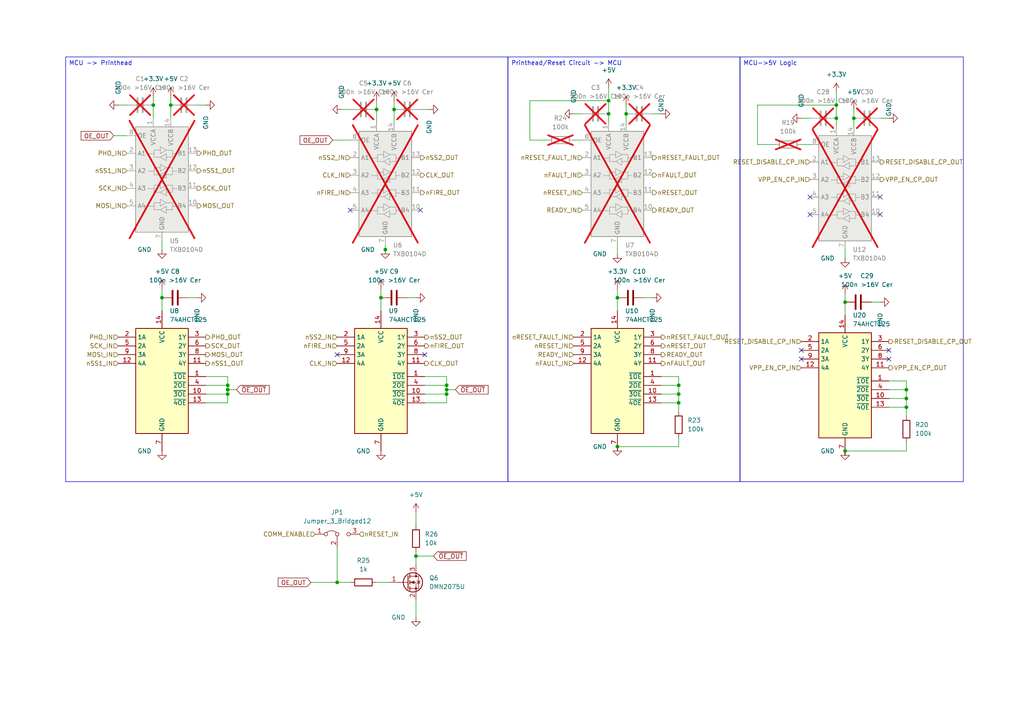
<source format=kicad_sch>
(kicad_sch (version 20231120) (generator "eeschema") (generator_version "8.0")
  (paper "A4")
  (title_block (title "Xaar 128 Driver") (date "2023-12-04") (rev "1.0.0"))
  (lib_symbols
    (symbol "Device:C" (pin_numbers hide) (pin_names (offset 0.254))
      (property "Reference" "C" (at 0.635 2.54 0))
      (property "Value" "C" (at 0.635 -2.54 0))
      (symbol "C_0_1"
        (polyline (pts (xy -2.032 -0.762) (xy 2.032 -0.762)) (stroke (width 0.508)))
        (polyline (pts (xy -2.032 0.762) (xy 2.032 0.762)) (stroke (width 0.508)))
      )
      (symbol "C_1_1"
        (pin passive line (at 0 3.81 270) (length 2.794) (name "~") (number "1"))
        (pin passive line (at 0 -3.81 90) (length 2.794) (name "~") (number "2"))
      )
    )
    (symbol "Device:R" (pin_numbers hide) (pin_names (offset 0))
      (property "Reference" "R" (at 2.032 0 90))
      (property "Value" "R" (at 0 0 90))
      (symbol "R_0_1"
        (rectangle (start -1.016 -2.54) (end 1.016 2.54) (stroke (width 0.254)))
      )
      (symbol "R_1_1"
        (pin passive line (at 0 3.81 270) (length 1.27) (name "~") (number "1"))
        (pin passive line (at 0 -3.81 90) (length 1.27) (name "~") (number "2"))
      )
    )
    (symbol "Jumper:Jumper_3_Bridged12" (pin_names (offset 0) hide)
      (property "Reference" "JP" (at -2.54 -2.54 0))
      (property "Value" "Jumper_3_Bridged12" (at 0 2.794 0))
      (symbol "Jumper_3_Bridged12_0_0"
        (circle (center -3.302 0) (radius 0.508))
        (circle (center 0 0) (radius 0.508))
        (circle (center 3.302 0) (radius 0.508))
      )
      (symbol "Jumper_3_Bridged12_0_1"
        (arc (start -0.254 0.508) (mid -1.651 0.9912) (end -3.048 0.508))
        (polyline (pts (xy 0 -1.27) (xy 0 -0.508)))
      )
      (symbol "Jumper_3_Bridged12_1_1"
        (pin passive line (at -6.35 0 0) (length 2.54) (name "A") (number "1"))
        (pin passive line (at 0 -3.81 90) (length 2.54) (name "C") (number "2"))
        (pin passive line (at 6.35 0 180) (length 2.54) (name "B") (number "3"))
      )
    )
    (symbol "Logic_LevelTranslator:TXB0104D"
      (property "Reference" "U" (at -6.35 16.51 0))
      (property "Value" "TXB0104D" (at 3.81 16.51 0))
      (symbol "TXB0104D_0_1"
        (rectangle (start -7.62 -15.24) (end -7.62 -12.7) (stroke (width 0.254)))
        (rectangle (start -7.62 15.24) (end 7.62 -15.24) (stroke (width 0.254)) (fill (type background)))
        (polyline (pts (xy -2.286 -7.747) (xy -2.286 -6.731) (xy -0.508 -6.731)))
        (polyline (pts (xy -2.286 -2.667) (xy -2.286 -1.651) (xy -0.508 -1.651)))
        (polyline (pts (xy -2.286 2.413) (xy -2.286 3.429) (xy -0.508 3.429)))
        (polyline (pts (xy -2.286 7.493) (xy -2.286 8.509) (xy -0.508 8.509)))
        (polyline (pts (xy 3.048 -7.747) (xy 3.048 -8.763) (xy 1.27 -8.763)))
        (polyline (pts (xy 3.048 -2.667) (xy 3.048 -3.683) (xy 1.27 -3.683)))
        (polyline (pts (xy 3.048 2.413) (xy 3.048 1.397) (xy 1.27 1.397)))
        (polyline (pts (xy 3.048 7.493) (xy 3.048 6.477) (xy 1.27 6.477)))
        (polyline (pts (xy -0.508 -8.763) (xy -2.286 -8.763) (xy -2.286 -7.747) (xy -4.064 -7.747)))
        (polyline (pts (xy -0.508 -8.763) (xy 1.27 -7.747) (xy 1.27 -9.779) (xy -0.508 -8.763)))
        (polyline (pts (xy -0.508 -3.683) (xy -2.286 -3.683) (xy -2.286 -2.667) (xy -4.064 -2.667)))
        (polyline (pts (xy -0.508 -3.683) (xy 1.27 -2.667) (xy 1.27 -4.699) (xy -0.508 -3.683)))
        (polyline (pts (xy -0.508 1.397) (xy -2.286 1.397) (xy -2.286 2.413) (xy -4.064 2.413)))
        (polyline (pts (xy -0.508 1.397) (xy 1.27 2.413) (xy 1.27 0.381) (xy -0.508 1.397)))
        (polyline (pts (xy -0.508 6.477) (xy -2.286 6.477) (xy -2.286 7.493) (xy -4.318 7.493)))
        (polyline (pts (xy -0.508 6.477) (xy 1.27 7.493) (xy 1.27 5.461) (xy -0.508 6.477)))
        (polyline (pts (xy 1.27 -6.731) (xy -0.508 -7.747) (xy -0.508 -5.715) (xy 1.27 -6.731)))
        (polyline (pts (xy 1.27 -6.731) (xy 3.048 -6.731) (xy 3.048 -7.747) (xy 4.318 -7.747)))
        (polyline (pts (xy 1.27 -1.651) (xy -0.508 -2.667) (xy -0.508 -0.635) (xy 1.27 -1.651)))
        (polyline (pts (xy 1.27 -1.651) (xy 3.048 -1.651) (xy 3.048 -2.667) (xy 4.318 -2.667)))
        (polyline (pts (xy 1.27 3.429) (xy -0.508 2.413) (xy -0.508 4.445) (xy 1.27 3.429)))
        (polyline (pts (xy 1.27 3.429) (xy 3.048 3.429) (xy 3.048 2.413) (xy 4.318 2.413)))
        (polyline (pts (xy 1.27 8.509) (xy -0.508 7.493) (xy -0.508 9.525) (xy 1.27 8.509)))
        (polyline (pts (xy 1.27 8.509) (xy 3.048 8.509) (xy 3.048 7.493) (xy 4.318 7.493)))
      )
      (symbol "TXB0104D_1_1"
        (pin power_in line (at -2.54 17.78 270) (length 2.54) (name "VCCA") (number "1"))
        (pin bidirectional line (at 10.16 -7.62 180) (length 2.54) (name "B4") (number "10"))
        (pin bidirectional line (at 10.16 -2.54 180) (length 2.54) (name "B3") (number "11"))
        (pin bidirectional line (at 10.16 2.54 180) (length 2.54) (name "B2") (number "12"))
        (pin bidirectional line (at 10.16 7.62 180) (length 2.54) (name "B1") (number "13"))
        (pin power_in line (at 2.54 17.78 270) (length 2.54) (name "VCCB") (number "14"))
        (pin bidirectional line (at -10.16 7.62 0) (length 2.54) (name "A1") (number "2"))
        (pin bidirectional line (at -10.16 2.54 0) (length 2.54) (name "A2") (number "3"))
        (pin bidirectional line (at -10.16 -2.54 0) (length 2.54) (name "A3") (number "4"))
        (pin bidirectional line (at -10.16 -7.62 0) (length 2.54) (name "A4") (number "5"))
        (pin no_connect line (at -7.62 -12.7 0) (length 2.54) hide (name "NC") (number "6"))
        (pin power_in line (at 0 -17.78 90) (length 2.54) (name "GND") (number "7"))
        (pin input line (at -10.16 12.7 0) (length 2.54) (name "OE") (number "8"))
        (pin no_connect line (at 7.62 -12.7 180) (length 2.54) hide (name "NC") (number "9"))
      )
    )
    (symbol "Transistor_FET:DMN2075U" (pin_names hide)
      (property "Reference" "Q" (at 5.08 1.905 0))
      (property "Value" "DMN2075U" (at 5.08 0 0))
      (symbol "DMN2075U_0_1"
        (polyline (pts (xy 0.254 0) (xy -2.54 0)))
        (polyline (pts (xy 0.254 1.905) (xy 0.254 -1.905)) (stroke (width 0.254)))
        (polyline (pts (xy 0.762 -1.27) (xy 0.762 -2.286)) (stroke (width 0.254)))
        (polyline (pts (xy 0.762 0.508) (xy 0.762 -0.508)) (stroke (width 0.254)))
        (polyline (pts (xy 0.762 2.286) (xy 0.762 1.27)) (stroke (width 0.254)))
        (polyline (pts (xy 2.54 2.54) (xy 2.54 1.778)))
        (polyline (pts (xy 2.54 -2.54) (xy 2.54 0) (xy 0.762 0)))
        (polyline (pts (xy 0.762 -1.778) (xy 3.302 -1.778) (xy 3.302 1.778) (xy 0.762 1.778)))
        (polyline (pts (xy 1.016 0) (xy 2.032 0.381) (xy 2.032 -0.381) (xy 1.016 0)) (fill (type outline)))
        (polyline (pts (xy 2.794 0.508) (xy 2.921 0.381) (xy 3.683 0.381) (xy 3.81 0.254)))
        (polyline (pts (xy 3.302 0.381) (xy 2.921 -0.254) (xy 3.683 -0.254) (xy 3.302 0.381)))
        (circle (center 1.651 0) (radius 2.794) (stroke (width 0.254)))
        (circle (center 2.54 -1.778) (radius 0.254) (fill (type outline)))
        (circle (center 2.54 1.778) (radius 0.254) (fill (type outline)))
      )
      (symbol "DMN2075U_1_1"
        (pin input line (at -5.08 0 0) (length 2.54) (name "G") (number "1"))
        (pin passive line (at 2.54 -5.08 90) (length 2.54) (name "S") (number "2"))
        (pin passive line (at 2.54 5.08 270) (length 2.54) (name "D") (number "3"))
      )
    )
    (symbol "Xaar_Driver:74AHCT125"
      (property "Reference" "U" (at -7.62 16.51 0))
      (property "Value" "74AHCT125" (at -7.62 -16.51 0))
      (symbol "74AHCT125_1_0"
        (pin input line (at 12.7 1.27 180) (length 5.08) (name "~{1OE}") (number "1"))
        (pin input line (at 12.7 -3.81 180) (length 5.08) (name "~{3OE}") (number "10"))
        (pin output line (at 12.7 5.08 180) (length 5.08) (name "4Y") (number "11"))
        (pin input line (at -12.7 5.08 0) (length 5.08) (name "4A") (number "12"))
        (pin input line (at 12.7 -6.35 180) (length 5.08) (name "~{4OE}") (number "13"))
        (pin power_in line (at 0 20.32 270) (length 5.08) (name "VCC") (number "14"))
        (pin input line (at -12.7 12.7 0) (length 5.08) (name "1A") (number "2"))
        (pin output line (at 12.7 12.7 180) (length 5.08) (name "1Y") (number "3"))
        (pin input line (at 12.7 -1.27 180) (length 5.08) (name "~{2OE}") (number "4"))
        (pin input line (at -12.7 10.16 0) (length 5.08) (name "2A") (number "5"))
        (pin output line (at 12.7 10.16 180) (length 5.08) (name "2Y") (number "6"))
        (pin power_in line (at 0 -20.32 90) (length 5.08) (name "GND") (number "7"))
        (pin output line (at 12.7 7.62 180) (length 5.08) (name "3Y") (number "8"))
        (pin input line (at -12.7 7.62 0) (length 5.08) (name "3A") (number "9"))
      )
      (symbol "74AHCT125_1_1"
        (rectangle (start -7.62 15.24) (end 7.62 -15.24) (stroke (width 0.254)) (fill (type background)))
      )
    )
    (symbol "power:+3.3V" (power) (pin_names (offset 0))
      (property "Value" "+3.3V" (at 0 3.556 0))
      (symbol "+3.3V_0_1"
        (polyline (pts (xy -0.762 1.27) (xy 0 2.54)))
        (polyline (pts (xy 0 0) (xy 0 2.54)))
        (polyline (pts (xy 0 2.54) (xy 0.762 1.27)))
      )
      (symbol "+3.3V_1_1"
        (pin power_in line (at 0 0 90) (length 0) hide (name "+3.3V") (number "1"))
      )
    )
    (symbol "power:+5V" (power) (pin_names (offset 0))
      (property "Value" "+5V" (at 0 3.556 0))
      (symbol "+5V_0_1"
        (polyline (pts (xy -0.762 1.27) (xy 0 2.54)))
        (polyline (pts (xy 0 0) (xy 0 2.54)))
        (polyline (pts (xy 0 2.54) (xy 0.762 1.27)))
      )
      (symbol "+5V_1_1"
        (pin power_in line (at 0 0 90) (length 0) hide (name "+5V") (number "1"))
      )
    )
    (symbol "power:GND" (power) (pin_names (offset 0))
      (property "Value" "GND" (at 0 -3.81 0))
      (symbol "GND_0_1"
        (polyline (pts (xy 0 0) (xy 0 -1.27) (xy 1.27 -1.27) (xy 0 -2.54) (xy -1.27 -1.27) (xy 0 -1.27)))
      )
      (symbol "GND_1_1"
        (pin power_in line (at 0 0 270) (length 0) hide (name "GND") (number "1"))
      )
    )
  )
  (junction (at 66.04 113.03))
  (junction (at 66.04 114.3))
  (junction (at 49.53 30.48))
  (junction (at 262.89 118.11))
  (junction (at 44.45 30.48))
  (junction (at 247.65 34.29))
  (junction (at 179.07 86.36))
  (junction (at 262.89 115.57))
  (junction (at 245.11 130.81))
  (junction (at 196.85 114.3))
  (junction (at 114.3 31.75))
  (junction (at 46.99 86.36))
  (junction (at 245.11 87.63))
  (junction (at 176.53 33.02))
  (junction (at 242.57 34.29))
  (junction (at 111.76 72.39))
  (junction (at 196.85 111.76))
  (junction (at 176.53 29.21))
  (junction (at 242.57 30.48))
  (junction (at 179.07 129.54))
  (junction (at 97.79 168.91))
  (junction (at 120.65 161.29))
  (junction (at 129.54 111.76))
  (junction (at 129.54 114.3))
  (junction (at 129.54 113.03))
  (junction (at 66.04 111.76))
  (junction (at 110.49 86.36))
  (junction (at 262.89 113.03))
  (junction (at 181.61 33.02))
  (junction (at 196.85 116.84))
  (junction (at 109.22 31.75))
  (no_connect (at 257.81 104.14))
  (no_connect (at 234.95 57.15))
  (no_connect (at 97.79 102.87))
  (no_connect (at 234.95 62.23))
  (no_connect (at 101.6 60.96))
  (no_connect (at 232.41 101.6))
  (no_connect (at 232.41 104.14))
  (no_connect (at 255.27 57.15))
  (no_connect (at 257.81 101.6))
  (no_connect (at 255.27 62.23))
  (no_connect (at 123.19 102.87))
  (no_connect (at 121.92 60.96))
  (wire (pts (xy 44.45 27.94) (xy 44.45 30.48)))
  (wire (pts (xy 196.85 109.22) (xy 196.85 111.76)))
  (wire (pts (xy 245.11 72.39) (xy 245.11 74.93)))
  (wire (pts (xy 189.23 86.36) (xy 186.69 86.36)))
  (wire (pts (xy 179.07 83.82) (xy 179.07 86.36)))
  (wire (pts (xy 129.54 111.76) (xy 129.54 113.03)))
  (wire (pts (xy 97.79 168.91) (xy 101.6 168.91)))
  (wire (pts (xy 66.04 111.76) (xy 66.04 113.03)))
  (wire (pts (xy 33.02 39.37) (xy 36.83 39.37)))
  (wire (pts (xy 34.29 30.48) (xy 36.83 30.48)))
  (wire (pts (xy 158.75 40.64) (xy 153.67 40.64)))
  (wire (pts (xy 120.65 161.29) (xy 120.65 163.83)))
  (wire (pts (xy 120.65 86.36) (xy 118.11 86.36)))
  (wire (pts (xy 132.08 113.03) (xy 129.54 113.03)))
  (wire (pts (xy 109.22 29.21) (xy 109.22 31.75)))
  (wire (pts (xy 191.77 109.22) (xy 196.85 109.22)))
  (wire (pts (xy 245.11 132.08) (xy 245.11 130.81)))
  (wire (pts (xy 242.57 34.29) (xy 242.57 36.83)))
  (wire (pts (xy 262.89 110.49) (xy 262.89 113.03)))
  (wire (pts (xy 196.85 114.3) (xy 196.85 116.84)))
  (wire (pts (xy 242.57 30.48) (xy 242.57 34.29)))
  (wire (pts (xy 232.41 41.91) (xy 234.95 41.91)))
  (wire (pts (xy 196.85 129.54) (xy 179.07 129.54)))
  (wire (pts (xy 179.07 130.81) (xy 179.07 129.54)))
  (wire (pts (xy 120.65 173.99) (xy 120.65 179.07)))
  (wire (pts (xy 176.53 29.21) (xy 176.53 33.02)))
  (wire (pts (xy 232.41 34.29) (xy 234.95 34.29)))
  (wire (pts (xy 120.65 148.59) (xy 120.65 152.4)))
  (wire (pts (xy 129.54 114.3) (xy 129.54 116.84)))
  (wire (pts (xy 46.99 69.85) (xy 46.99 72.39)))
  (wire (pts (xy 44.45 30.48) (xy 44.45 34.29)))
  (wire (pts (xy 129.54 109.22) (xy 129.54 111.76)))
  (wire (pts (xy 219.71 30.48) (xy 242.57 30.48)))
  (wire (pts (xy 191.77 33.02) (xy 189.23 33.02)))
  (wire (pts (xy 196.85 116.84) (xy 191.77 116.84)))
  (wire (pts (xy 129.54 113.03) (xy 129.54 114.3)))
  (wire (pts (xy 262.89 113.03) (xy 262.89 115.57)))
  (wire (pts (xy 99.06 31.75) (xy 101.6 31.75)))
  (wire (pts (xy 46.99 86.36) (xy 46.99 90.17)))
  (wire (pts (xy 255.27 87.63) (xy 252.73 87.63)))
  (wire (pts (xy 114.3 29.21) (xy 114.3 31.75)))
  (wire (pts (xy 262.89 130.81) (xy 245.11 130.81)))
  (wire (pts (xy 245.11 87.63) (xy 245.11 91.44)))
  (wire (pts (xy 257.81 113.03) (xy 262.89 113.03)))
  (wire (pts (xy 247.65 31.75) (xy 247.65 34.29)))
  (wire (pts (xy 262.89 128.27) (xy 262.89 130.81)))
  (wire (pts (xy 123.19 116.84) (xy 129.54 116.84)))
  (wire (pts (xy 262.89 118.11) (xy 257.81 118.11)))
  (wire (pts (xy 191.77 111.76) (xy 196.85 111.76)))
  (wire (pts (xy 257.81 115.57) (xy 262.89 115.57)))
  (wire (pts (xy 66.04 109.22) (xy 66.04 111.76)))
  (wire (pts (xy 153.67 40.64) (xy 153.67 29.21)))
  (wire (pts (xy 196.85 116.84) (xy 196.85 119.38)))
  (wire (pts (xy 166.37 40.64) (xy 168.91 40.64)))
  (wire (pts (xy 219.71 41.91) (xy 219.71 30.48)))
  (wire (pts (xy 176.53 25.4) (xy 176.53 29.21)))
  (wire (pts (xy 123.19 109.22) (xy 129.54 109.22)))
  (wire (pts (xy 59.69 109.22) (xy 66.04 109.22)))
  (wire (pts (xy 153.67 29.21) (xy 176.53 29.21)))
  (wire (pts (xy 166.37 33.02) (xy 168.91 33.02)))
  (wire (pts (xy 262.89 118.11) (xy 262.89 120.65)))
  (wire (pts (xy 114.3 31.75) (xy 114.3 35.56)))
  (wire (pts (xy 111.76 71.12) (xy 111.76 72.39)))
  (wire (pts (xy 96.52 40.64) (xy 101.6 40.64)))
  (wire (pts (xy 109.22 168.91) (xy 113.03 168.91)))
  (wire (pts (xy 111.76 73.66) (xy 111.76 72.39)))
  (wire (pts (xy 257.81 34.29) (xy 255.27 34.29)))
  (wire (pts (xy 110.49 86.36) (xy 110.49 90.17)))
  (wire (pts (xy 97.79 158.75) (xy 97.79 168.91)))
  (wire (pts (xy 179.07 86.36) (xy 179.07 90.17)))
  (wire (pts (xy 120.65 161.29) (xy 125.73 161.29)))
  (wire (pts (xy 49.53 30.48) (xy 49.53 34.29)))
  (wire (pts (xy 123.19 114.3) (xy 129.54 114.3)))
  (wire (pts (xy 176.53 33.02) (xy 176.53 35.56)))
  (wire (pts (xy 120.65 160.02) (xy 120.65 161.29)))
  (wire (pts (xy 196.85 111.76) (xy 196.85 114.3)))
  (wire (pts (xy 57.15 86.36) (xy 54.61 86.36)))
  (wire (pts (xy 109.22 31.75) (xy 109.22 35.56)))
  (wire (pts (xy 59.69 111.76) (xy 66.04 111.76)))
  (wire (pts (xy 124.46 31.75) (xy 121.92 31.75)))
  (wire (pts (xy 123.19 111.76) (xy 129.54 111.76)))
  (wire (pts (xy 49.53 27.94) (xy 49.53 30.48)))
  (wire (pts (xy 191.77 114.3) (xy 196.85 114.3)))
  (wire (pts (xy 242.57 26.67) (xy 242.57 30.48)))
  (wire (pts (xy 196.85 127) (xy 196.85 129.54)))
  (wire (pts (xy 181.61 30.48) (xy 181.61 33.02)))
  (wire (pts (xy 59.69 116.84) (xy 66.04 116.84)))
  (wire (pts (xy 59.69 30.48) (xy 57.15 30.48)))
  (wire (pts (xy 59.69 114.3) (xy 66.04 114.3)))
  (wire (pts (xy 179.07 71.12) (xy 179.07 73.66)))
  (wire (pts (xy 66.04 113.03) (xy 66.04 114.3)))
  (wire (pts (xy 262.89 115.57) (xy 262.89 118.11)))
  (wire (pts (xy 247.65 34.29) (xy 247.65 36.83)))
  (wire (pts (xy 181.61 33.02) (xy 181.61 35.56)))
  (wire (pts (xy 68.58 113.03) (xy 66.04 113.03)))
  (wire (pts (xy 46.99 83.82) (xy 46.99 86.36)))
  (wire (pts (xy 97.79 168.91) (xy 90.17 168.91)))
  (wire (pts (xy 245.11 85.09) (xy 245.11 87.63)))
  (wire (pts (xy 66.04 114.3) (xy 66.04 116.84)))
  (wire (pts (xy 257.81 110.49) (xy 262.89 110.49)))
  (wire (pts (xy 224.79 41.91) (xy 219.71 41.91)))
  (wire (pts (xy 110.49 83.82) (xy 110.49 86.36)))
  (text_box "MCU->5V Logic" (at 214.63 16.51 0) (size 64.77 123.19) (effects (font (size 1.27 1.27)) (justify left top)))
  (text_box "MCU -> Printhead" (at 19.05 16.51 0) (size 128.27 123.19) (effects (font (size 1.27 1.27)) (justify left top)))
  (text_box "Printhead/Reset Circuit -> MCU" (at 147.32 16.51 0) (size 67.31 123.19) (effects (font (size 1.27 1.27)) (justify left top)))
  (global_label "~{OE_OUT}" (shape input) (at 68.58 113.03 0) (property "Intersheetrefs" "${INTERSHEET_REFS}" (effects (hide yes))))
  (global_label "~{OE_OUT}" (shape input) (at 125.73 161.29 0) (property "Intersheetrefs" "${INTERSHEET_REFS}" (effects (hide yes))))
  (global_label "OE_OUT" (shape input) (at 90.17 168.91 180) (property "Intersheetrefs" "${INTERSHEET_REFS}" (effects (hide yes))))
  (global_label "~{OE_OUT}" (shape input) (at 132.08 113.03 0) (property "Intersheetrefs" "${INTERSHEET_REFS}" (effects (hide yes))))
  (global_label "OE_OUT" (shape input) (at 33.02 39.37 180) (property "Intersheetrefs" "${INTERSHEET_REFS}" (effects (hide yes))))
  (global_label "OE_OUT" (shape input) (at 96.52 40.64 180) (property "Intersheetrefs" "${INTERSHEET_REFS}" (effects (hide yes))))
  (hierarchical_label "SCK_IN" (shape input) (at 34.29 100.33 180))
  (hierarchical_label "CLK_IN" (shape input) (at 101.6 50.8 180))
  (hierarchical_label "RESET_DISABLE_CP_IN" (shape input) (at 232.41 99.06 180))
  (hierarchical_label "READY_OUT" (shape output) (at 191.77 102.87 0))
  (hierarchical_label "CLK_IN" (shape input) (at 97.79 105.41 180))
  (hierarchical_label "nFAULT_OUT" (shape output) (at 191.77 105.41 0))
  (hierarchical_label "nRESET_IN" (shape input) (at 104.14 154.94 0))
  (hierarchical_label "VPP_EN_CP_OUT" (shape output) (at 257.81 106.68 0))
  (hierarchical_label "PHO_OUT" (shape output) (at 57.15 44.45 0))
  (hierarchical_label "READY_OUT" (shape output) (at 189.23 60.96 0))
  (hierarchical_label "nFAULT_OUT" (shape output) (at 189.23 50.8 0))
  (hierarchical_label "nFIRE_IN" (shape input) (at 101.6 55.88 180))
  (hierarchical_label "MOSI_OUT" (shape output) (at 59.69 102.87 0))
  (hierarchical_label "nSS1_OUT" (shape output) (at 57.15 49.53 0))
  (hierarchical_label "READY_IN" (shape input) (at 168.91 60.96 180))
  (hierarchical_label "COMM_ENABLE" (shape input) (at 91.44 154.94 180))
  (hierarchical_label "SCK_OUT" (shape output) (at 59.69 100.33 0))
  (hierarchical_label "nRESET_FAULT_OUT" (shape output) (at 189.23 45.72 0))
  (hierarchical_label "MOSI_IN" (shape input) (at 36.83 59.69 180))
  (hierarchical_label "PHO_IN" (shape input) (at 36.83 44.45 180))
  (hierarchical_label "nRESET_IN" (shape input) (at 168.91 55.88 180))
  (hierarchical_label "PHO_OUT" (shape output) (at 59.69 97.79 0))
  (hierarchical_label "nFIRE_OUT" (shape output) (at 123.19 100.33 0))
  (hierarchical_label "READY_IN" (shape input) (at 166.37 102.87 180))
  (hierarchical_label "nSS2_IN" (shape input) (at 97.79 97.79 180))
  (hierarchical_label "RESET_DISABLE_CP_OUT" (shape output) (at 255.27 46.99 0))
  (hierarchical_label "PHO_IN" (shape input) (at 34.29 97.79 180))
  (hierarchical_label "nRESET_FAULT_IN" (shape input) (at 168.91 45.72 180))
  (hierarchical_label "RESET_DISABLE_CP_IN" (shape input) (at 234.95 46.99 180))
  (hierarchical_label "nFIRE_OUT" (shape output) (at 121.92 55.88 0))
  (hierarchical_label "CLK_OUT" (shape output) (at 121.92 50.8 0))
  (hierarchical_label "SCK_OUT" (shape output) (at 57.15 54.61 0))
  (hierarchical_label "nRESET_IN" (shape input) (at 166.37 100.33 180))
  (hierarchical_label "nRESET_OUT" (shape output) (at 191.77 100.33 0))
  (hierarchical_label "SCK_IN" (shape input) (at 36.83 54.61 180))
  (hierarchical_label "nRESET_OUT" (shape output) (at 189.23 55.88 0))
  (hierarchical_label "CLK_OUT" (shape output) (at 123.19 105.41 0))
  (hierarchical_label "RESET_DISABLE_CP_OUT" (shape output) (at 257.81 99.06 0))
  (hierarchical_label "nSS1_OUT" (shape output) (at 59.69 105.41 0))
  (hierarchical_label "MOSI_OUT" (shape output) (at 57.15 59.69 0))
  (hierarchical_label "MOSI_IN" (shape input) (at 34.29 102.87 180))
  (hierarchical_label "nSS2_OUT" (shape output) (at 123.19 97.79 0))
  (hierarchical_label "nSS2_IN" (shape input) (at 101.6 45.72 180))
  (hierarchical_label "VPP_EN_CP_OUT" (shape output) (at 255.27 52.07 0))
  (hierarchical_label "nSS2_OUT" (shape output) (at 121.92 45.72 0))
  (hierarchical_label "nRESET_FAULT_IN" (shape input) (at 166.37 97.79 180))
  (hierarchical_label "VPP_EN_CP_IN" (shape input) (at 232.41 106.68 180))
  (hierarchical_label "nRESET_FAULT_OUT" (shape output) (at 191.77 97.79 0))
  (hierarchical_label "nFAULT_IN" (shape input) (at 166.37 105.41 180))
  (hierarchical_label "nSS1_IN" (shape input) (at 34.29 105.41 180))
  (hierarchical_label "VPP_EN_CP_IN" (shape input) (at 234.95 52.07 180))
  (hierarchical_label "nFAULT_IN" (shape input) (at 168.91 50.8 180))
  (hierarchical_label "nSS1_IN" (shape input) (at 36.83 49.53 180))
  (hierarchical_label "nFIRE_IN" (shape input) (at 97.79 100.33 180))
  (symbol (lib_id "power:+3.3V") (at 179.07 83.82 0) (unit 1)
    (property "Reference" "#PWR036" (effects (hide yes)))
    (property "Value" "+3.3V" (at 179.07 78.74 0))
  )
  (symbol (lib_id "Device:R") (at 262.89 124.46 0) (unit 1)
    (property "Reference" "R20" (at 265.43 123.19 0) (effects (justify left)))
    (property "Value" "100k" (at 265.43 125.73 0) (effects (justify left)))
    (property "Footprint" "Resistor_SMD:R_0603_1608Metric_Pad0.98x0.95mm_HandSolder" (effects (hide yes)))
    (property "RSBestNr" "678-9673" (effects (hide yes)))
    (property "Supplier" "RS" (effects (hide yes)))
  )
  (symbol (lib_id "Xaar_Driver:74AHCT125") (at 245.11 111.76 0) (unit 1)
    (property "Reference" "U20" (at 247.3041 91.44 0) (effects (justify left)))
    (property "Value" "74AHCT125" (at 247.3041 93.98 0) (effects (justify left)))
    (property "Footprint" "Package_SO:SOIC-14_3.9x8.7mm_P1.27mm" (effects (hide yes)))
    (property "Datasheet" "https://www.diodes.com/assets/Datasheets/74AHCT125.pdf" (effects (hide yes)))
    (property "RSBestNr" "798-8941" (effects (hide yes)))
    (property "Supplier" "RS" (effects (hide yes)))
  )
  (symbol (lib_id "Device:R") (at 228.6 41.91 90) (unit 1) (dnp yes)
    (property "Reference" "R19" (at 228.6 35.56 90))
    (property "Value" "100k" (at 228.6 38.1 90))
    (property "Footprint" "Resistor_SMD:R_0603_1608Metric_Pad0.98x0.95mm_HandSolder" (effects (hide yes)))
    (property "RSBestNr" "678-9673" (effects (hide yes)))
    (property "Supplier" "RS" (effects (hide yes)))
  )
  (symbol (lib_id "Device:C") (at 248.92 87.63 270) (unit 1)
    (property "Reference" "C29" (at 251.46 80.01 90))
    (property "Value" "100n >16V Cer" (at 251.46 82.55 90))
    (property "Footprint" "Capacitor_SMD:C_0603_1608Metric_Pad1.08x0.95mm_HandSolder" (effects (hide yes)))
    (property "Supplier" "Elektroplatz" (effects (hide yes)))
  )
  (symbol (lib_id "Device:C") (at 53.34 30.48 270) (unit 1) (dnp yes)
    (property "Reference" "C2" (at 53.34 22.86 90))
    (property "Value" "100n >16V Cer" (at 53.34 25.4 90))
    (property "Footprint" "Capacitor_SMD:C_0603_1608Metric_Pad1.08x0.95mm_HandSolder" (effects (hide yes)))
    (property "Supplier" "Elektroplatz" (effects (hide yes)))
  )
  (symbol (lib_id "power:GND") (at 59.69 30.48 90) (unit 1)
    (property "Reference" "#PWR024" (effects (hide yes)))
    (property "Value" "GND" (at 59.69 35.56 0))
  )
  (symbol (lib_id "power:+5V") (at 120.65 148.59 0) (unit 1)
    (property "Reference" "#PWR039" (effects (hide yes)))
    (property "Value" "+5V" (at 120.65 143.51 0))
  )
  (symbol (lib_id "Device:C") (at 251.46 34.29 270) (unit 1) (dnp yes)
    (property "Reference" "C30" (at 251.46 26.67 90))
    (property "Value" "100n >16V Cer" (at 251.46 29.21 90))
    (property "Footprint" "Capacitor_SMD:C_0603_1608Metric_Pad1.08x0.95mm_HandSolder" (effects (hide yes)))
    (property "Supplier" "Elektroplatz" (effects (hide yes)))
  )
  (symbol (lib_id "power:+3.3V") (at 242.57 26.67 0) (unit 1)
    (property "Reference" "#PWR012" (effects (hide yes)))
    (property "Value" "+3.3V" (at 242.57 21.59 0))
  )
  (symbol (lib_id "Device:C") (at 114.3 86.36 270) (unit 1)
    (property "Reference" "C9" (at 114.3 78.74 90))
    (property "Value" "100n >16V Cer" (at 114.3 81.28 90))
    (property "Footprint" "Capacitor_SMD:C_0603_1608Metric_Pad1.08x0.95mm_HandSolder" (effects (hide yes)))
    (property "Supplier" "Elektroplatz" (effects (hide yes)))
  )
  (symbol (lib_id "power:GND") (at 120.65 86.36 90) (unit 1)
    (property "Reference" "#PWR035" (effects (hide yes)))
    (property "Value" "GND" (at 120.65 91.44 0))
  )
  (symbol (lib_id "power:+3.3V") (at 44.45 27.94 0) (unit 1)
    (property "Reference" "#PWR014" (effects (hide yes)))
    (property "Value" "+3.3V" (at 44.45 22.86 0))
  )
  (symbol (lib_id "power:GND") (at 46.99 130.81 0) (unit 1)
    (property "Reference" "#PWR032" (effects (hide yes)))
    (property "Value" "GND" (at 41.91 130.81 0))
  )
  (symbol (lib_id "Device:C") (at 172.72 33.02 90) (unit 1) (dnp yes)
    (property "Reference" "C3" (at 172.72 25.4 90))
    (property "Value" "100n >16V Cer" (at 172.72 27.94 90))
    (property "Footprint" "Capacitor_SMD:C_0603_1608Metric_Pad1.08x0.95mm_HandSolder" (effects (hide yes)))
    (property "Supplier" "Elektroplatz" (effects (hide yes)))
  )
  (symbol (lib_id "Xaar_Driver:74AHCT125") (at 179.07 110.49 0) (unit 1)
    (property "Reference" "U10" (at 181.2641 90.17 0) (effects (justify left)))
    (property "Value" "74AHCT125" (at 181.2641 92.71 0) (effects (justify left)))
    (property "Footprint" "Package_SO:SOIC-14_3.9x8.7mm_P1.27mm" (effects (hide yes)))
    (property "Datasheet" "https://www.diodes.com/assets/Datasheets/74AHCT125.pdf" (effects (hide yes)))
    (property "RSBestNr" "798-8941" (effects (hide yes)))
    (property "Supplier" "RS" (effects (hide yes)))
  )
  (symbol (lib_id "power:+3.3V") (at 181.61 30.48 0) (unit 1)
    (property "Reference" "#PWR020" (effects (hide yes)))
    (property "Value" "+3.3V" (at 181.61 25.4 0))
  )
  (symbol (lib_id "Logic_LevelTranslator:TXB0104D") (at 245.11 54.61 0) (unit 1) (dnp yes)
    (property "Reference" "U12" (at 247.3041 72.39 0) (effects (justify left)))
    (property "Value" "TXB0104D" (at 247.3041 74.93 0) (effects (justify left)))
    (property "Footprint" "Package_SO:SOIC-14_3.9x8.7mm_P1.27mm" (effects (hide yes)))
    (property "Datasheet" "http://www.ti.com/lit/ds/symlink/txb0104.pdf" (effects (hide yes)))
    (property "RSBestNr" "709-2778" (effects (hide yes)))
    (property "Supplier" "RS" (effects (hide yes)))
  )
  (symbol (lib_id "power:GND") (at 245.11 74.93 0) (unit 1)
    (property "Reference" "#PWR013" (effects (hide yes)))
    (property "Value" "GND" (at 240.03 74.93 0))
  )
  (symbol (lib_id "power:GND") (at 124.46 31.75 90) (unit 1)
    (property "Reference" "#PWR028" (effects (hide yes)))
    (property "Value" "GND" (at 124.46 36.83 0))
  )
  (symbol (lib_id "Logic_LevelTranslator:TXB0104D") (at 111.76 53.34 0) (unit 1) (dnp yes)
    (property "Reference" "U6" (at 113.9541 71.12 0) (effects (justify left)))
    (property "Value" "TXB0104D" (at 113.9541 73.66 0) (effects (justify left)))
    (property "Footprint" "Package_SO:SOIC-14_3.9x8.7mm_P1.27mm" (effects (hide yes)))
    (property "Datasheet" "http://www.ti.com/lit/ds/symlink/txb0104.pdf" (effects (hide yes)))
    (property "RSBestNr" "709-2778" (effects (hide yes)))
    (property "Supplier" "RS" (effects (hide yes)))
  )
  (symbol (lib_id "power:+5V") (at 245.11 85.09 0) (unit 1)
    (property "Reference" "#PWR074" (effects (hide yes)))
    (property "Value" "+5V" (at 245.11 80.01 0))
  )
  (symbol (lib_id "power:GND") (at 57.15 86.36 90) (unit 1)
    (property "Reference" "#PWR031" (effects (hide yes)))
    (property "Value" "GND" (at 57.15 91.44 0))
  )
  (symbol (lib_id "power:GND") (at 255.27 87.63 90) (unit 1)
    (property "Reference" "#PWR0102" (effects (hide yes)))
    (property "Value" "GND" (at 255.27 92.71 0))
  )
  (symbol (lib_id "power:+5V") (at 176.53 25.4 0) (unit 1)
    (property "Reference" "#PWR022" (effects (hide yes)))
    (property "Value" "+5V" (at 176.53 20.32 0))
  )
  (symbol (lib_id "Xaar_Driver:74AHCT125") (at 46.99 110.49 0) (unit 1)
    (property "Reference" "U8" (at 49.1841 90.17 0) (effects (justify left)))
    (property "Value" "74AHCT125" (at 49.1841 92.71 0) (effects (justify left)))
    (property "Footprint" "Package_SO:SOIC-14_3.9x8.7mm_P1.27mm" (effects (hide yes)))
    (property "Datasheet" "https://www.diodes.com/assets/Datasheets/74AHCT125.pdf" (effects (hide yes)))
    (property "RSBestNr" "798-8941" (effects (hide yes)))
    (property "Supplier" "RS" (effects (hide yes)))
  )
  (symbol (lib_id "power:GND") (at 99.06 31.75 270) (unit 1)
    (property "Reference" "#PWR017" (effects (hide yes)))
    (property "Value" "GND" (at 99.06 26.67 0))
  )
  (symbol (lib_id "Transistor_FET:DMN2075U") (at 118.11 168.91 0) (unit 1)
    (property "Reference" "Q6" (at 124.46 167.64 0) (effects (justify left)))
    (property "Value" "DMN2075U" (at 124.46 170.18 0) (effects (justify left)))
    (property "Footprint" "Package_TO_SOT_SMD:SOT-23" (effects (hide yes)))
    (property "Datasheet" "http://www.diodes.com/assets/Datasheets/DMN2075U.pdf" (effects (hide yes)))
    (property "RSBestNr" "751-4143" (effects (hide yes)))
    (property "Supplier" "RS" (effects (hide yes)))
  )
  (symbol (lib_id "Device:R") (at 120.65 156.21 0) (unit 1)
    (property "Reference" "R26" (at 123.19 154.94 0) (effects (justify left)))
    (property "Value" "10k" (at 123.19 157.48 0) (effects (justify left)))
    (property "Footprint" "Resistor_SMD:R_0603_1608Metric_Pad0.98x0.95mm_HandSolder" (effects (hide yes)))
    (property "Supplier" "Elektroplatz" (effects (hide yes)))
  )
  (symbol (lib_id "power:GND") (at 245.11 130.81 0) (unit 1)
    (property "Reference" "#PWR088" (effects (hide yes)))
    (property "Value" "GND" (at 240.03 130.81 0))
  )
  (symbol (lib_id "Xaar_Driver:74AHCT125") (at 110.49 110.49 0) (unit 1)
    (property "Reference" "U9" (at 112.6841 90.17 0) (effects (justify left)))
    (property "Value" "74AHCT125" (at 112.6841 92.71 0) (effects (justify left)))
    (property "Footprint" "Package_SO:SOIC-14_3.9x8.7mm_P1.27mm" (effects (hide yes)))
    (property "Datasheet" "https://www.diodes.com/assets/Datasheets/74AHCT125.pdf" (effects (hide yes)))
    (property "RSBestNr" "798-8941" (effects (hide yes)))
    (property "Supplier" "RS" (effects (hide yes)))
  )
  (symbol (lib_id "Device:C") (at 238.76 34.29 90) (unit 1) (dnp yes)
    (property "Reference" "C28" (at 238.76 26.67 90))
    (property "Value" "100n >16V Cer" (at 238.76 29.21 90))
    (property "Footprint" "Capacitor_SMD:C_0603_1608Metric_Pad1.08x0.95mm_HandSolder" (effects (hide yes)))
    (property "Supplier" "Elektroplatz" (effects (hide yes)))
  )
  (symbol (lib_id "power:GND") (at 34.29 30.48 270) (unit 1)
    (property "Reference" "#PWR023" (effects (hide yes)))
    (property "Value" "GND" (at 34.29 25.4 0))
  )
  (symbol (lib_id "Logic_LevelTranslator:TXB0104D") (at 46.99 52.07 0) (unit 1) (dnp yes)
    (property "Reference" "U5" (at 49.1841 69.85 0) (effects (justify left)))
    (property "Value" "TXB0104D" (at 49.1841 72.39 0) (effects (justify left)))
    (property "Footprint" "Package_SO:SOIC-14_3.9x8.7mm_P1.27mm" (effects (hide yes)))
    (property "Datasheet" "http://www.ti.com/lit/ds/symlink/txb0104.pdf" (effects (hide yes)))
    (property "RSBestNr" "709-2778" (effects (hide yes)))
    (property "Supplier" "RS" (effects (hide yes)))
  )
  (symbol (lib_id "Logic_LevelTranslator:TXB0104D") (at 179.07 53.34 0) (unit 1) (dnp yes)
    (property "Reference" "U7" (at 181.2641 71.12 0) (effects (justify left)))
    (property "Value" "TXB0104D" (at 181.2641 73.66 0) (effects (justify left)))
    (property "Footprint" "Package_SO:SOIC-14_3.9x8.7mm_P1.27mm" (effects (hide yes)))
    (property "Datasheet" "http://www.ti.com/lit/ds/symlink/txb0104.pdf" (effects (hide yes)))
    (property "RSBestNr" "709-2778" (effects (hide yes)))
    (property "Supplier" "RS" (effects (hide yes)))
  )
  (symbol (lib_id "power:GND") (at 166.37 33.02 270) (unit 1)
    (property "Reference" "#PWR025" (effects (hide yes)))
    (property "Value" "GND" (at 166.37 27.94 0))
  )
  (symbol (lib_id "power:+5V") (at 46.99 83.82 0) (unit 1)
    (property "Reference" "#PWR030" (effects (hide yes)))
    (property "Value" "+5V" (at 46.99 78.74 0))
  )
  (symbol (lib_id "Device:C") (at 185.42 33.02 270) (unit 1) (dnp yes)
    (property "Reference" "C4" (at 185.42 25.4 90))
    (property "Value" "100n >16V Cer" (at 185.42 27.94 90))
    (property "Footprint" "Capacitor_SMD:C_0603_1608Metric_Pad1.08x0.95mm_HandSolder" (effects (hide yes)))
    (property "Supplier" "Elektroplatz" (effects (hide yes)))
  )
  (symbol (lib_id "Device:R") (at 196.85 123.19 0) (unit 1)
    (property "Reference" "R23" (at 199.39 121.92 0) (effects (justify left)))
    (property "Value" "100k" (at 199.39 124.46 0) (effects (justify left)))
    (property "Footprint" "Resistor_SMD:R_0603_1608Metric_Pad0.98x0.95mm_HandSolder" (effects (hide yes)))
    (property "RSBestNr" "678-9673" (effects (hide yes)))
    (property "Supplier" "RS" (effects (hide yes)))
  )
  (symbol (lib_id "power:GND") (at 179.07 129.54 0) (unit 1)
    (property "Reference" "#PWR037" (effects (hide yes)))
    (property "Value" "GND" (at 173.99 129.54 0))
  )
  (symbol (lib_id "power:GND") (at 179.07 73.66 0) (unit 1)
    (property "Reference" "#PWR021" (effects (hide yes)))
    (property "Value" "GND" (at 173.99 73.66 0))
  )
  (symbol (lib_id "power:+5V") (at 49.53 27.94 0) (unit 1)
    (property "Reference" "#PWR015" (effects (hide yes)))
    (property "Value" "+5V" (at 49.53 22.86 0))
  )
  (symbol (lib_id "power:GND") (at 257.81 34.29 90) (unit 1)
    (property "Reference" "#PWR0103" (effects (hide yes)))
    (property "Value" "GND" (at 257.81 31.75 0))
  )
  (symbol (lib_id "power:+5V") (at 114.3 29.21 0) (unit 1)
    (property "Reference" "#PWR027" (effects (hide yes)))
    (property "Value" "+5V" (at 114.3 24.13 0))
  )
  (symbol (lib_id "Device:C") (at 40.64 30.48 90) (unit 1) (dnp yes)
    (property "Reference" "C1" (at 40.64 22.86 90))
    (property "Value" "100n >16V Cer" (at 40.64 25.4 90))
    (property "Footprint" "Capacitor_SMD:C_0603_1608Metric_Pad1.08x0.95mm_HandSolder" (effects (hide yes)))
    (property "Supplier" "Elektroplatz" (effects (hide yes)))
  )
  (symbol (lib_id "power:GND") (at 232.41 34.29 270) (unit 1)
    (property "Reference" "#PWR011" (effects (hide yes)))
    (property "Value" "GND" (at 232.41 29.21 0))
  )
  (symbol (lib_id "Jumper:Jumper_3_Bridged12") (at 97.79 154.94 0) (unit 1)
    (property "Reference" "JP1" (at 97.79 148.59 0))
    (property "Value" "Jumper_3_Bridged12" (at 97.79 151.13 0))
    (property "Footprint" "Connector_PinHeader_2.54mm:PinHeader_1x03_P2.54mm_Vertical" (effects (hide yes)))
    (property "Supplier" "Elektroplatz" (effects (hide yes)))
    (property "Funktion" "Connect Output Enable to nRESET" (effects (hide yes)))
  )
  (symbol (lib_id "power:GND") (at 120.65 179.07 0) (unit 1)
    (property "Reference" "#PWR040" (effects (hide yes)))
    (property "Value" "GND" (at 115.57 179.07 0))
  )
  (symbol (lib_id "Device:R") (at 105.41 168.91 270) (unit 1)
    (property "Reference" "R25" (at 105.41 162.56 90))
    (property "Value" "1k" (at 105.41 165.1 90))
    (property "Footprint" "Resistor_SMD:R_0603_1608Metric_Pad0.98x0.95mm_HandSolder" (effects (hide yes)))
    (property "RSBestNr" "678-9875" (effects (hide yes)))
    (property "Supplier" "RS" (effects (hide yes)))
  )
  (symbol (lib_id "power:+5V") (at 110.49 83.82 0) (unit 1)
    (property "Reference" "#PWR033" (effects (hide yes)))
    (property "Value" "+5V" (at 110.49 78.74 0))
  )
  (symbol (lib_id "Device:C") (at 182.88 86.36 270) (unit 1)
    (property "Reference" "C10" (at 185.42 78.74 90))
    (property "Value" "100n >16V Cer" (at 185.42 81.28 90))
    (property "Footprint" "Capacitor_SMD:C_0603_1608Metric_Pad1.08x0.95mm_HandSolder" (effects (hide yes)))
    (property "Supplier" "Elektroplatz" (effects (hide yes)))
  )
  (symbol (lib_id "Device:C") (at 118.11 31.75 270) (unit 1) (dnp yes)
    (property "Reference" "C6" (at 118.11 24.13 90))
    (property "Value" "100n >16V Cer" (at 118.11 26.67 90))
    (property "Footprint" "Capacitor_SMD:C_0603_1608Metric_Pad1.08x0.95mm_HandSolder" (effects (hide yes)))
    (property "Supplier" "Elektroplatz" (effects (hide yes)))
  )
  (symbol (lib_id "Device:C") (at 50.8 86.36 270) (unit 1)
    (property "Reference" "C8" (at 50.8 78.74 90))
    (property "Value" "100n >16V Cer" (at 50.8 81.28 90))
    (property "Footprint" "Capacitor_SMD:C_0603_1608Metric_Pad1.08x0.95mm_HandSolder" (effects (hide yes)))
    (property "Supplier" "Elektroplatz" (effects (hide yes)))
  )
  (symbol (lib_id "power:GND") (at 189.23 86.36 90) (unit 1)
    (property "Reference" "#PWR038" (effects (hide yes)))
    (property "Value" "GND" (at 189.23 91.44 0))
  )
  (symbol (lib_id "power:+3.3V") (at 109.22 29.21 0) (unit 1)
    (property "Reference" "#PWR019" (effects (hide yes)))
    (property "Value" "+3.3V" (at 109.22 24.13 0))
  )
  (symbol (lib_id "power:GND") (at 191.77 33.02 90) (unit 1)
    (property "Reference" "#PWR026" (effects (hide yes)))
    (property "Value" "GND" (at 191.77 30.48 0))
  )
  (symbol (lib_id "Device:C") (at 105.41 31.75 90) (unit 1) (dnp yes)
    (property "Reference" "C5" (at 105.41 24.13 90))
    (property "Value" "100n >16V Cer" (at 105.41 26.67 90))
    (property "Footprint" "Capacitor_SMD:C_0603_1608Metric_Pad1.08x0.95mm_HandSolder" (effects (hide yes)))
    (property "Supplier" "Elektroplatz" (effects (hide yes)))
  )
  (symbol (lib_id "power:GND") (at 111.76 72.39 0) (unit 1)
    (property "Reference" "#PWR018" (effects (hide yes)))
    (property "Value" "GND" (at 106.68 72.39 0))
  )
  (symbol (lib_id "Device:R") (at 162.56 40.64 90) (unit 1) (dnp yes)
    (property "Reference" "R24" (at 162.56 34.29 90))
    (property "Value" "100k" (at 162.56 36.83 90))
    (property "Footprint" "Resistor_SMD:R_0603_1608Metric_Pad0.98x0.95mm_HandSolder" (effects (hide yes)))
    (property "RSBestNr" "678-9673" (effects (hide yes)))
    (property "Supplier" "RS" (effects (hide yes)))
  )
  (symbol (lib_id "power:+5V") (at 247.65 31.75 0) (unit 1)
    (property "Reference" "#PWR0101" (effects (hide yes)))
    (property "Value" "+5V" (at 247.65 26.67 0))
  )
  (symbol (lib_id "power:GND") (at 46.99 72.39 0) (unit 1)
    (property "Reference" "#PWR016" (effects (hide yes)))
    (property "Value" "GND" (at 41.91 72.39 0))
  )
  (symbol (lib_id "power:GND") (at 110.49 130.81 0) (unit 1)
    (property "Reference" "#PWR034" (effects (hide yes)))
    (property "Value" "GND" (at 105.41 130.81 0))
  )
)
</source>
